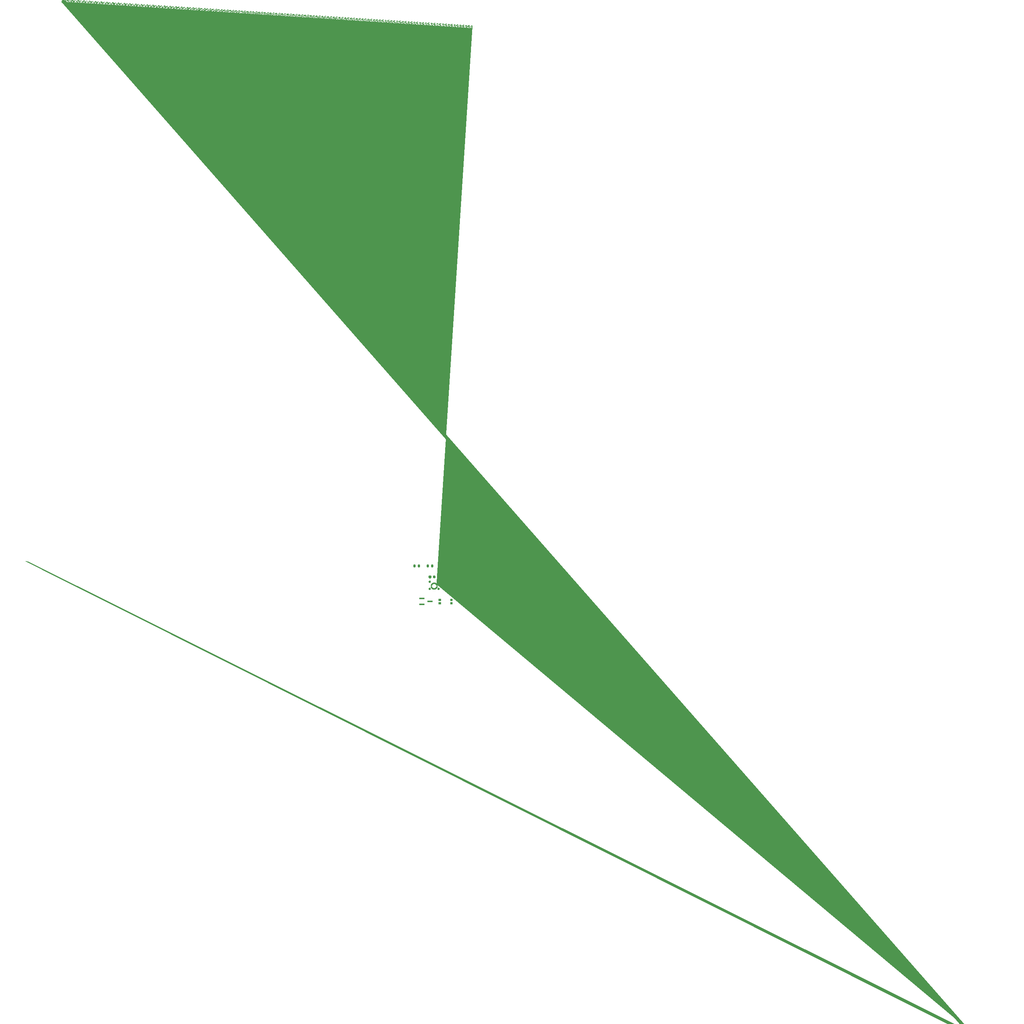
<source format=gbr>
%TF.GenerationSoftware,KiCad,Pcbnew,7.0.1-0*%
%TF.CreationDate,2023-04-09T14:10:59+08:00*%
%TF.ProjectId,firstproject,66697273-7470-4726-9f6a-6563742e6b69,rev?*%
%TF.SameCoordinates,Original*%
%TF.FileFunction,Paste,Top*%
%TF.FilePolarity,Positive*%
%FSLAX46Y46*%
G04 Gerber Fmt 4.6, Leading zero omitted, Abs format (unit mm)*
G04 Created by KiCad (PCBNEW 7.0.1-0) date 2023-04-09 14:10:59*
%MOMM*%
%LPD*%
G01*
G04 APERTURE LIST*
G04 Aperture macros list*
%AMRoundRect*
0 Rectangle with rounded corners*
0 $1 Rounding radius*
0 $2 $3 $4 $5 $6 $7 $8 $9 X,Y pos of 4 corners*
0 Add a 4 corners polygon primitive as box body*
4,1,4,$2,$3,$4,$5,$6,$7,$8,$9,$2,$3,0*
0 Add four circle primitives for the rounded corners*
1,1,$1+$1,$2,$3*
1,1,$1+$1,$4,$5*
1,1,$1+$1,$6,$7*
1,1,$1+$1,$8,$9*
0 Add four rect primitives between the rounded corners*
20,1,$1+$1,$2,$3,$4,$5,0*
20,1,$1+$1,$4,$5,$6,$7,0*
20,1,$1+$1,$6,$7,$8,$9,0*
20,1,$1+$1,$8,$9,$2,$3,0*%
%AMFreePoly0*
4,1,454,-0.508878,1.163999,-0.508758,1.163946,-0.508635,1.163987,-0.467635,1.160987,-0.467454,1.160896,-0.467258,1.160945,-0.427259,1.154945,-0.427202,1.154910,-0.427138,1.154925,-0.387138,1.147925,-0.386976,1.147822,-0.386787,1.147851,-0.346787,1.137851,-0.346721,1.137802,-0.346643,1.137812,-0.307642,1.126812,-0.307496,1.126697,-0.307311,1.126706,-0.268310,1.112706,-0.268229,1.112633,
-0.268121,1.112634,-0.231121,1.097634,-0.230991,1.097506,-0.230813,1.097496,-0.193813,1.079496,-0.193716,1.079387,-0.193572,1.079371,-0.157571,1.059371,-0.157514,1.059299,-0.157428,1.059287,-0.122427,1.038287,-0.122318,1.038141,-0.122141,1.038102,-0.089141,1.015102,-0.089083,1.015011,-0.088981,1.014985,-0.055981,0.989986,-0.055913,0.989870,-0.055787,0.989831,-0.024787,0.963831,
-0.024721,0.963704,-0.024588,0.963655,0.005412,0.935655,0.005488,0.935488,0.005655,0.935412,0.033656,0.905411,0.033705,0.905278,0.033831,0.905213,0.059831,0.874213,0.059871,0.874085,0.059985,0.874019,0.084985,0.841020,0.085012,0.840916,0.085102,0.840859,0.108102,0.807859,0.108141,0.807680,0.108287,0.807572,0.129288,0.772572,0.129301,0.772483,0.129371,0.772428,
0.149371,0.736428,0.149387,0.736283,0.149496,0.736187,0.167496,0.699187,0.167506,0.699008,0.167634,0.698879,0.182634,0.661878,0.182633,0.661769,0.182706,0.661689,0.196706,0.622689,0.196697,0.622502,0.196812,0.622357,0.207812,0.583357,0.207802,0.583278,0.207851,0.583213,0.217851,0.543213,0.217822,0.543023,0.217925,0.542862,0.224925,0.502862,0.224910,0.502798,
0.224945,0.502742,0.230945,0.462742,0.230896,0.462545,0.230987,0.462365,0.233987,0.421364,0.233946,0.421240,0.233999,0.421122,0.234999,0.380122,0.234975,0.380060,0.235000,0.380000,0.234975,0.379939,0.234999,0.379878,0.233999,0.338878,0.233946,0.338759,0.233987,0.338636,0.230987,0.297635,0.230896,0.297454,0.230945,0.297258,0.224945,0.257258,0.224910,0.257201,
0.224925,0.257138,0.217925,0.217138,0.217822,0.216976,0.217851,0.216787,0.207851,0.176787,0.207802,0.176721,0.207812,0.176643,0.196812,0.137643,0.196697,0.137497,0.196706,0.137311,0.182706,0.098311,0.182633,0.098230,0.182634,0.098122,0.167634,0.061121,0.167506,0.060991,0.167496,0.060813,0.149496,0.023813,0.149387,0.023716,0.149371,0.023572,0.129371,-0.012428,
0.129301,-0.012483,0.129288,-0.012572,0.108287,-0.047572,0.108141,-0.047680,0.108102,-0.047859,0.085102,-0.080859,0.085012,-0.080916,0.084985,-0.081020,0.059985,-0.114019,0.059871,-0.114085,0.059831,-0.114213,0.033831,-0.145213,0.033705,-0.145278,0.033656,-0.145411,0.005655,-0.175412,0.005488,-0.175488,0.005412,-0.175655,-0.024588,-0.203655,-0.024721,-0.203704,-0.024787,-0.203831,
-0.055787,-0.229831,-0.055913,-0.229870,-0.055981,-0.229986,-0.088981,-0.254985,-0.089083,-0.255011,-0.089141,-0.255102,-0.122141,-0.278102,-0.122318,-0.278141,-0.122427,-0.278287,-0.157428,-0.299287,-0.157514,-0.299299,-0.157571,-0.299371,-0.193572,-0.319371,-0.193716,-0.319387,-0.193813,-0.319496,-0.230813,-0.337496,-0.230991,-0.337506,-0.231121,-0.337634,-0.268121,-0.352634,-0.268229,-0.352633,
-0.268310,-0.352706,-0.307311,-0.366706,-0.307496,-0.366697,-0.307642,-0.366812,-0.346643,-0.377812,-0.346721,-0.377802,-0.346787,-0.377851,-0.386787,-0.387851,-0.386976,-0.387822,-0.387138,-0.387925,-0.427138,-0.394925,-0.427202,-0.394910,-0.427259,-0.394945,-0.467258,-0.400945,-0.467454,-0.400896,-0.467635,-0.400987,-0.508635,-0.403987,-0.508758,-0.403946,-0.508878,-0.403999,-0.549878,-0.404999,
-0.550000,-0.404951,-0.550122,-0.404999,-0.591122,-0.403999,-0.591240,-0.403946,-0.591364,-0.403987,-0.632365,-0.400987,-0.632545,-0.400896,-0.632742,-0.400945,-0.672742,-0.394945,-0.672798,-0.394910,-0.672862,-0.394925,-0.712862,-0.387925,-0.713023,-0.387822,-0.713213,-0.387851,-0.753213,-0.377851,-0.753278,-0.377802,-0.753357,-0.377812,-0.792357,-0.366812,-0.792502,-0.366697,-0.792689,-0.366706,
-0.831689,-0.352706,-0.831769,-0.352633,-0.831878,-0.352634,-0.868879,-0.337634,-0.869008,-0.337506,-0.869187,-0.337496,-0.906187,-0.319496,-0.906283,-0.319387,-0.906428,-0.319371,-0.942428,-0.299371,-0.942483,-0.299301,-0.942572,-0.299288,-0.977572,-0.278287,-0.977680,-0.278141,-0.977859,-0.278102,-1.010859,-0.255102,-1.010916,-0.255012,-1.011020,-0.254985,-1.044019,-0.229985,-1.044085,-0.229871,
-1.044213,-0.229831,-1.075213,-0.203831,-1.075278,-0.203705,-1.075411,-0.203656,-1.105412,-0.175655,-1.105488,-0.175488,-1.105655,-0.175412,-1.133655,-0.145412,-1.133704,-0.145278,-1.133831,-0.145213,-1.159831,-0.114213,-1.159870,-0.114086,-1.159986,-0.114019,-1.184985,-0.081019,-1.185011,-0.080916,-1.185102,-0.080859,-1.208102,-0.047859,-1.208141,-0.047681,-1.208287,-0.047573,-1.229287,-0.012572,
-1.229299,-0.012485,-1.229371,-0.012429,-1.249371,0.023572,-1.249387,0.023716,-1.249496,0.023813,-1.267496,0.060813,-1.267506,0.060991,-1.267634,0.061121,-1.282634,0.098121,-1.282633,0.098229,-1.282706,0.098310,-1.296706,0.137311,-1.296697,0.137496,-1.296812,0.137642,-1.307812,0.176643,-1.307802,0.176721,-1.307851,0.176787,-1.317851,0.216787,-1.317822,0.216976,-1.317925,0.217138,
-1.324925,0.257138,-1.324910,0.257202,-1.324945,0.257259,-1.330945,0.297258,-1.330896,0.297454,-1.330987,0.297635,-1.333987,0.338635,-1.333946,0.338758,-1.333999,0.338878,-1.334999,0.379878,-1.334952,0.380000,-1.334971,0.380049,-1.024994,0.380049,-1.022021,0.330501,-1.015091,0.281000,-1.002239,0.233549,-0.984427,0.187041,-0.961679,0.142533,-0.933957,0.100949,-0.903268,0.062340,
-0.867664,0.026735,-0.829055,-0.003953,-0.787466,-0.031679,-0.742962,-0.054426,-0.696450,-0.072239,-0.648999,-0.085091,-0.599497,-0.092021,-0.549999,-0.094991,-0.500501,-0.092021,-0.451000,-0.085091,-0.403549,-0.072239,-0.357041,-0.054427,-0.312533,-0.031679,-0.270949,-0.003957,-0.232340,0.026731,-0.196735,0.062335,-0.166046,0.100944,-0.138320,0.142533,-0.115573,0.187037,-0.097760,0.233549,
-0.084908,0.281000,-0.077978,0.330502,-0.075005,0.380049,-0.075992,0.404702,-0.077976,0.429512,-0.080951,0.454302,-0.084901,0.478990,-0.090829,0.502702,-0.097745,0.526413,-0.106681,0.550244,-0.115587,0.573003,-0.126459,0.595734,-0.138319,0.617479,-0.151161,0.638224,-0.166039,0.659052,-0.180916,0.678888,-0.196691,0.697620,-0.232391,0.733319,-0.251120,0.749090,-0.270947,0.763960,
-0.291775,0.778838,-0.312507,0.791671,-0.334265,0.803540,-0.356996,0.814412,-0.379756,0.823318,-0.403586,0.832254,-0.427303,0.839171,-0.451009,0.845098,-0.475697,0.849048,-0.500489,0.852023,-0.525298,0.854007,-0.550000,0.854996,-0.574702,0.854007,-0.599512,0.852023,-0.624302,0.849048,-0.648990,0.845098,-0.672702,0.839170,-0.696413,0.832254,-0.720244,0.823318,-0.743003,0.814412,
-0.765734,0.803540,-0.787479,0.791680,-0.808224,0.778838,-0.829051,0.763961,-0.848888,0.749083,-0.867620,0.733308,-0.903319,0.697608,-0.919090,0.678879,-0.933961,0.659051,-0.948838,0.638224,-0.961671,0.617492,-0.973540,0.595734,-0.984412,0.573003,-0.993318,0.550244,-1.002254,0.526413,-1.009171,0.502696,-1.015098,0.478990,-1.019048,0.454303,-1.022023,0.429509,-1.024007,0.404702,
-1.024994,0.380049,-1.334971,0.380049,-1.334999,0.380122,-1.333999,0.421122,-1.333946,0.421241,-1.333987,0.421365,-1.330987,0.462365,-1.330896,0.462545,-1.330945,0.462742,-1.324945,0.502741,-1.324910,0.502797,-1.324925,0.502862,-1.317925,0.542862,-1.317822,0.543023,-1.317851,0.543213,-1.307851,0.583213,-1.307802,0.583278,-1.307812,0.583357,-1.296812,0.622358,-1.296697,0.622503,
-1.296706,0.622689,-1.282706,0.661690,-1.282633,0.661770,-1.282634,0.661879,-1.267634,0.698879,-1.267506,0.699008,-1.267496,0.699187,-1.249496,0.736187,-1.249387,0.736283,-1.249371,0.736428,-1.229371,0.772429,-1.229299,0.772485,-1.229287,0.772572,-1.208287,0.807573,-1.208141,0.807681,-1.208102,0.807859,-1.185102,0.840859,-1.185011,0.840916,-1.184985,0.841019,-1.159986,0.874019,
-1.159870,0.874086,-1.159831,0.874213,-1.133831,0.905213,-1.133704,0.905278,-1.133655,0.905412,-1.105655,0.935412,-1.105488,0.935488,-1.105412,0.935655,-1.075411,0.963656,-1.075278,0.963705,-1.075213,0.963831,-1.044213,0.989831,-1.044085,0.989871,-1.044019,0.989985,-1.011020,1.014985,-1.010916,1.015012,-1.010859,1.015102,-0.977859,1.038102,-0.977680,1.038141,-0.977572,1.038287,
-0.942572,1.059288,-0.942483,1.059301,-0.942428,1.059371,-0.906428,1.079371,-0.906283,1.079387,-0.906187,1.079496,-0.869187,1.097496,-0.869008,1.097506,-0.868879,1.097634,-0.831878,1.112634,-0.831769,1.112633,-0.831689,1.112706,-0.792689,1.126706,-0.792502,1.126697,-0.792357,1.126812,-0.753357,1.137812,-0.753278,1.137802,-0.753213,1.137851,-0.713213,1.147851,-0.713023,1.147822,
-0.712862,1.147925,-0.672862,1.154925,-0.672798,1.154910,-0.672742,1.154945,-0.632742,1.160945,-0.632545,1.160896,-0.632365,1.160987,-0.591364,1.163987,-0.591240,1.163946,-0.591122,1.163999,-0.550122,1.164999,-0.549999,1.164951,-0.549878,1.164999,-0.508878,1.163999,-0.508878,1.163999,$1*%
G04 Aperture macros list end*
%ADD10C,0.010000*%
%ADD11RoundRect,0.218750X-0.218750X-0.256250X0.218750X-0.256250X0.218750X0.256250X-0.218750X0.256250X0*%
%ADD12RoundRect,0.140000X0.170000X-0.140000X0.170000X0.140000X-0.170000X0.140000X-0.170000X-0.140000X0*%
%ADD13RoundRect,0.135000X0.135000X0.185000X-0.135000X0.185000X-0.135000X-0.185000X0.135000X-0.185000X0*%
%ADD14RoundRect,0.218750X0.218750X0.256250X-0.218750X0.256250X-0.218750X-0.256250X0.218750X-0.256250X0*%
%ADD15RoundRect,0.140000X-0.170000X0.140000X-0.170000X-0.140000X0.170000X-0.140000X0.170000X0.140000X0*%
%ADD16RoundRect,0.135000X-0.135000X-0.185000X0.135000X-0.185000X0.135000X0.185000X-0.135000X0.185000X0*%
%ADD17R,1.168400X0.457200*%
%ADD18FreePoly0,0.000000*%
G04 APERTURE END LIST*
%TO.C,S1*%
D10*
X133431000Y-98612600D02*
X132981000Y-98612600D01*
X132981000Y-98162600D01*
X133431000Y-98162600D01*
X133431000Y-98612600D01*
G36*
X133431000Y-98612600D02*
G01*
X132981000Y-98612600D01*
X132981000Y-98162600D01*
X133431000Y-98162600D01*
X133431000Y-98612600D01*
G37*
X133431000Y-97862600D02*
X132981000Y-97862600D01*
X132981000Y-97412600D01*
X133431000Y-97412600D01*
X133431000Y-97862600D01*
G36*
X133431000Y-97862600D02*
G01*
X132981000Y-97862600D01*
X132981000Y-97412600D01*
X133431000Y-97412600D01*
X133431000Y-97862600D01*
G37*
X130781000Y-98612600D02*
X130331000Y-98612600D01*
X130331000Y-98162600D01*
X130781000Y-98162600D01*
X130781000Y-98612600D01*
G36*
X130781000Y-98612600D02*
G01*
X130331000Y-98612600D01*
X130331000Y-98162600D01*
X130781000Y-98162600D01*
X130781000Y-98612600D01*
G37*
X130781000Y-97862600D02*
X130331000Y-97862600D01*
X130331000Y-97412600D01*
X130781000Y-97412600D01*
X130781000Y-97862600D01*
G36*
X130781000Y-97862600D02*
G01*
X130331000Y-97862600D01*
X130331000Y-97412600D01*
X130781000Y-97412600D01*
X130781000Y-97862600D01*
G37*
%TO.C,MK1*%
X129237000Y-93953000D02*
X129208000Y-93956000D01*
X129184000Y-93959000D01*
X129160000Y-93964000D01*
X129136000Y-93969000D01*
X129113000Y-93976000D01*
X129090000Y-93984000D01*
X129067000Y-93994000D01*
X129045000Y-94004000D01*
X129023000Y-94015000D01*
X129002000Y-94028000D01*
X128981000Y-94041000D01*
X128961000Y-94055000D01*
X128942000Y-94070000D01*
X128924000Y-94087000D01*
X128906000Y-94104000D01*
X128890000Y-94122000D01*
X128874000Y-94140000D01*
X128859000Y-94160000D01*
X128845000Y-94180000D01*
X128832000Y-94200000D01*
X128820000Y-94222000D01*
X128809000Y-94244000D01*
X128799000Y-94266000D01*
X128790000Y-94289000D01*
X128783000Y-94312000D01*
X128776000Y-94336000D01*
X128771000Y-94360000D01*
X128767000Y-94384000D01*
X128764000Y-94408000D01*
X128762000Y-94428000D01*
X128762000Y-94433000D01*
X128507000Y-94433000D01*
X128511000Y-94396000D01*
X128517000Y-94359000D01*
X128525000Y-94322000D01*
X128534000Y-94286000D01*
X128545000Y-94250000D01*
X128557000Y-94215000D01*
X128571000Y-94181000D01*
X128587000Y-94147000D01*
X128605000Y-94114000D01*
X128624000Y-94081000D01*
X128644000Y-94050000D01*
X128666000Y-94020000D01*
X128689000Y-93990000D01*
X128713000Y-93962000D01*
X128739000Y-93935000D01*
X128766000Y-93909000D01*
X128794000Y-93885000D01*
X128824000Y-93862000D01*
X128854000Y-93840000D01*
X128885000Y-93820000D01*
X128918000Y-93801000D01*
X128951000Y-93783000D01*
X128985000Y-93767000D01*
X129019000Y-93753000D01*
X129054000Y-93741000D01*
X129090000Y-93730000D01*
X129126000Y-93721000D01*
X129163000Y-93713000D01*
X129200000Y-93707000D01*
X129237000Y-93703000D01*
X129237000Y-93953000D01*
G36*
X129237000Y-93953000D02*
G01*
X129208000Y-93956000D01*
X129184000Y-93959000D01*
X129160000Y-93964000D01*
X129136000Y-93969000D01*
X129113000Y-93976000D01*
X129090000Y-93984000D01*
X129067000Y-93994000D01*
X129045000Y-94004000D01*
X129023000Y-94015000D01*
X129002000Y-94028000D01*
X128981000Y-94041000D01*
X128961000Y-94055000D01*
X128942000Y-94070000D01*
X128924000Y-94087000D01*
X128906000Y-94104000D01*
X128890000Y-94122000D01*
X128874000Y-94140000D01*
X128859000Y-94160000D01*
X128845000Y-94180000D01*
X128832000Y-94200000D01*
X128820000Y-94222000D01*
X128809000Y-94244000D01*
X128799000Y-94266000D01*
X128790000Y-94289000D01*
X128783000Y-94312000D01*
X128776000Y-94336000D01*
X128771000Y-94360000D01*
X128767000Y-94384000D01*
X128764000Y-94408000D01*
X128762000Y-94428000D01*
X128762000Y-94433000D01*
X128507000Y-94433000D01*
X128511000Y-94396000D01*
X128517000Y-94359000D01*
X128525000Y-94322000D01*
X128534000Y-94286000D01*
X128545000Y-94250000D01*
X128557000Y-94215000D01*
X128571000Y-94181000D01*
X128587000Y-94147000D01*
X128605000Y-94114000D01*
X128624000Y-94081000D01*
X128644000Y-94050000D01*
X128666000Y-94020000D01*
X128689000Y-93990000D01*
X128713000Y-93962000D01*
X128739000Y-93935000D01*
X128766000Y-93909000D01*
X128794000Y-93885000D01*
X128824000Y-93862000D01*
X128854000Y-93840000D01*
X128885000Y-93820000D01*
X128918000Y-93801000D01*
X128951000Y-93783000D01*
X128985000Y-93767000D01*
X129019000Y-93753000D01*
X129054000Y-93741000D01*
X129090000Y-93730000D01*
X129126000Y-93721000D01*
X129163000Y-93713000D01*
X129200000Y-93707000D01*
X129237000Y-93703000D01*
X129237000Y-93953000D01*
G37*
X128759000Y-94553000D02*
X128762000Y-94578000D01*
X128766000Y-94602000D01*
X128772000Y-94626000D01*
X128778000Y-94650000D01*
X128786000Y-94674000D01*
X128795000Y-94697000D01*
X128805000Y-94719000D01*
X128816000Y-94742000D01*
X128828000Y-94763000D01*
X128842000Y-94784000D01*
X128856000Y-94804000D01*
X128871000Y-94824000D01*
X128887000Y-94843000D01*
X128905000Y-94860000D01*
X128922000Y-94878000D01*
X128941000Y-94894000D01*
X128961000Y-94909000D01*
X128981000Y-94923000D01*
X129002000Y-94937000D01*
X129023000Y-94949000D01*
X129046000Y-94960000D01*
X129068000Y-94970000D01*
X129091000Y-94979000D01*
X129115000Y-94987000D01*
X129139000Y-94993000D01*
X129163000Y-94999000D01*
X129187000Y-95003000D01*
X129212000Y-95006000D01*
X129232000Y-95008000D01*
X129237000Y-95008000D01*
X129237000Y-95263000D01*
X129200000Y-95259000D01*
X129163000Y-95253000D01*
X129126000Y-95245000D01*
X129090000Y-95236000D01*
X129054000Y-95225000D01*
X129019000Y-95213000D01*
X128985000Y-95199000D01*
X128951000Y-95183000D01*
X128918000Y-95165000D01*
X128885000Y-95146000D01*
X128854000Y-95126000D01*
X128824000Y-95104000D01*
X128794000Y-95081000D01*
X128766000Y-95057000D01*
X128739000Y-95031000D01*
X128713000Y-95004000D01*
X128689000Y-94976000D01*
X128666000Y-94946000D01*
X128644000Y-94916000D01*
X128624000Y-94885000D01*
X128605000Y-94852000D01*
X128587000Y-94819000D01*
X128571000Y-94785000D01*
X128557000Y-94751000D01*
X128545000Y-94716000D01*
X128534000Y-94680000D01*
X128525000Y-94644000D01*
X128517000Y-94607000D01*
X128511000Y-94570000D01*
X128507000Y-94533000D01*
X128757000Y-94533000D01*
X128759000Y-94553000D01*
G36*
X128759000Y-94553000D02*
G01*
X128762000Y-94578000D01*
X128766000Y-94602000D01*
X128772000Y-94626000D01*
X128778000Y-94650000D01*
X128786000Y-94674000D01*
X128795000Y-94697000D01*
X128805000Y-94719000D01*
X128816000Y-94742000D01*
X128828000Y-94763000D01*
X128842000Y-94784000D01*
X128856000Y-94804000D01*
X128871000Y-94824000D01*
X128887000Y-94843000D01*
X128905000Y-94860000D01*
X128922000Y-94878000D01*
X128941000Y-94894000D01*
X128961000Y-94909000D01*
X128981000Y-94923000D01*
X129002000Y-94937000D01*
X129023000Y-94949000D01*
X129046000Y-94960000D01*
X129068000Y-94970000D01*
X129091000Y-94979000D01*
X129115000Y-94987000D01*
X129139000Y-94993000D01*
X129163000Y-94999000D01*
X129187000Y-95003000D01*
X129212000Y-95006000D01*
X129232000Y-95008000D01*
X129237000Y-95008000D01*
X129237000Y-95263000D01*
X129200000Y-95259000D01*
X129163000Y-95253000D01*
X129126000Y-95245000D01*
X129090000Y-95236000D01*
X129054000Y-95225000D01*
X129019000Y-95213000D01*
X128985000Y-95199000D01*
X128951000Y-95183000D01*
X128918000Y-95165000D01*
X128885000Y-95146000D01*
X128854000Y-95126000D01*
X128824000Y-95104000D01*
X128794000Y-95081000D01*
X128766000Y-95057000D01*
X128739000Y-95031000D01*
X128713000Y-95004000D01*
X128689000Y-94976000D01*
X128666000Y-94946000D01*
X128644000Y-94916000D01*
X128624000Y-94885000D01*
X128605000Y-94852000D01*
X128587000Y-94819000D01*
X128571000Y-94785000D01*
X128557000Y-94751000D01*
X128545000Y-94716000D01*
X128534000Y-94680000D01*
X128525000Y-94644000D01*
X128517000Y-94607000D01*
X128511000Y-94570000D01*
X128507000Y-94533000D01*
X128757000Y-94533000D01*
X128759000Y-94553000D01*
G37*
X129374000Y-93707000D02*
X129411000Y-93713000D01*
X129448000Y-93721000D01*
X129484000Y-93730000D01*
X129520000Y-93741000D01*
X129555000Y-93753000D01*
X129589000Y-93767000D01*
X129623000Y-93783000D01*
X129656000Y-93801000D01*
X129689000Y-93820000D01*
X129720000Y-93840000D01*
X129750000Y-93862000D01*
X129780000Y-93885000D01*
X129808000Y-93909000D01*
X129835000Y-93935000D01*
X129861000Y-93962000D01*
X129885000Y-93990000D01*
X129908000Y-94020000D01*
X129930000Y-94050000D01*
X129950000Y-94081000D01*
X129969000Y-94114000D01*
X129987000Y-94147000D01*
X130003000Y-94181000D01*
X130017000Y-94215000D01*
X130029000Y-94250000D01*
X130040000Y-94286000D01*
X130049000Y-94322000D01*
X130057000Y-94359000D01*
X130063000Y-94396000D01*
X130067000Y-94433000D01*
X129817000Y-94433000D01*
X129815000Y-94413000D01*
X129812000Y-94388000D01*
X129808000Y-94364000D01*
X129802000Y-94340000D01*
X129796000Y-94316000D01*
X129788000Y-94292000D01*
X129779000Y-94269000D01*
X129769000Y-94247000D01*
X129758000Y-94224000D01*
X129746000Y-94203000D01*
X129732000Y-94182000D01*
X129718000Y-94162000D01*
X129703000Y-94142000D01*
X129687000Y-94123000D01*
X129669000Y-94106000D01*
X129652000Y-94088000D01*
X129633000Y-94072000D01*
X129613000Y-94057000D01*
X129593000Y-94043000D01*
X129572000Y-94029000D01*
X129551000Y-94017000D01*
X129528000Y-94006000D01*
X129506000Y-93996000D01*
X129483000Y-93987000D01*
X129459000Y-93979000D01*
X129435000Y-93973000D01*
X129411000Y-93967000D01*
X129387000Y-93963000D01*
X129362000Y-93960000D01*
X129342000Y-93958000D01*
X129337000Y-93958000D01*
X129337000Y-93703000D01*
X129374000Y-93707000D01*
G36*
X129374000Y-93707000D02*
G01*
X129411000Y-93713000D01*
X129448000Y-93721000D01*
X129484000Y-93730000D01*
X129520000Y-93741000D01*
X129555000Y-93753000D01*
X129589000Y-93767000D01*
X129623000Y-93783000D01*
X129656000Y-93801000D01*
X129689000Y-93820000D01*
X129720000Y-93840000D01*
X129750000Y-93862000D01*
X129780000Y-93885000D01*
X129808000Y-93909000D01*
X129835000Y-93935000D01*
X129861000Y-93962000D01*
X129885000Y-93990000D01*
X129908000Y-94020000D01*
X129930000Y-94050000D01*
X129950000Y-94081000D01*
X129969000Y-94114000D01*
X129987000Y-94147000D01*
X130003000Y-94181000D01*
X130017000Y-94215000D01*
X130029000Y-94250000D01*
X130040000Y-94286000D01*
X130049000Y-94322000D01*
X130057000Y-94359000D01*
X130063000Y-94396000D01*
X130067000Y-94433000D01*
X129817000Y-94433000D01*
X129815000Y-94413000D01*
X129812000Y-94388000D01*
X129808000Y-94364000D01*
X129802000Y-94340000D01*
X129796000Y-94316000D01*
X129788000Y-94292000D01*
X129779000Y-94269000D01*
X129769000Y-94247000D01*
X129758000Y-94224000D01*
X129746000Y-94203000D01*
X129732000Y-94182000D01*
X129718000Y-94162000D01*
X129703000Y-94142000D01*
X129687000Y-94123000D01*
X129669000Y-94106000D01*
X129652000Y-94088000D01*
X129633000Y-94072000D01*
X129613000Y-94057000D01*
X129593000Y-94043000D01*
X129572000Y-94029000D01*
X129551000Y-94017000D01*
X129528000Y-94006000D01*
X129506000Y-93996000D01*
X129483000Y-93987000D01*
X129459000Y-93979000D01*
X129435000Y-93973000D01*
X129411000Y-93967000D01*
X129387000Y-93963000D01*
X129362000Y-93960000D01*
X129342000Y-93958000D01*
X129337000Y-93958000D01*
X129337000Y-93703000D01*
X129374000Y-93707000D01*
G37*
X130063000Y-94570000D02*
X130057000Y-94607000D01*
X130049000Y-94644000D01*
X130040000Y-94680000D01*
X130029000Y-94716000D01*
X130017000Y-94751000D01*
X130003000Y-94785000D01*
X129987000Y-94819000D01*
X129969000Y-94852000D01*
X129950000Y-94885000D01*
X129930000Y-94916000D01*
X129908000Y-94946000D01*
X129885000Y-94976000D01*
X129861000Y-95004000D01*
X129835000Y-95031000D01*
X129808000Y-95057000D01*
X129780000Y-95081000D01*
X129750000Y-95104000D01*
X129720000Y-95126000D01*
X129689000Y-95146000D01*
X129656000Y-95165000D01*
X129623000Y-95183000D01*
X129589000Y-95199000D01*
X129555000Y-95213000D01*
X129520000Y-95225000D01*
X129484000Y-95236000D01*
X129448000Y-95245000D01*
X129411000Y-95253000D01*
X129374000Y-95259000D01*
X129337000Y-95263000D01*
X129337000Y-95013000D01*
X129357000Y-95011000D01*
X129381000Y-95008000D01*
X129405000Y-95004000D01*
X129429000Y-94999000D01*
X129453000Y-94992000D01*
X129476000Y-94985000D01*
X129499000Y-94976000D01*
X129521000Y-94966000D01*
X129543000Y-94955000D01*
X129565000Y-94943000D01*
X129585000Y-94930000D01*
X129605000Y-94916000D01*
X129625000Y-94901000D01*
X129643000Y-94885000D01*
X129661000Y-94869000D01*
X129678000Y-94851000D01*
X129695000Y-94833000D01*
X129710000Y-94814000D01*
X129724000Y-94794000D01*
X129737000Y-94773000D01*
X129750000Y-94752000D01*
X129761000Y-94730000D01*
X129771000Y-94708000D01*
X129781000Y-94685000D01*
X129789000Y-94662000D01*
X129796000Y-94639000D01*
X129801000Y-94615000D01*
X129806000Y-94591000D01*
X129809000Y-94567000D01*
X129812000Y-94538000D01*
X129812000Y-94533000D01*
X130067000Y-94533000D01*
X130063000Y-94570000D01*
G36*
X130063000Y-94570000D02*
G01*
X130057000Y-94607000D01*
X130049000Y-94644000D01*
X130040000Y-94680000D01*
X130029000Y-94716000D01*
X130017000Y-94751000D01*
X130003000Y-94785000D01*
X129987000Y-94819000D01*
X129969000Y-94852000D01*
X129950000Y-94885000D01*
X129930000Y-94916000D01*
X129908000Y-94946000D01*
X129885000Y-94976000D01*
X129861000Y-95004000D01*
X129835000Y-95031000D01*
X129808000Y-95057000D01*
X129780000Y-95081000D01*
X129750000Y-95104000D01*
X129720000Y-95126000D01*
X129689000Y-95146000D01*
X129656000Y-95165000D01*
X129623000Y-95183000D01*
X129589000Y-95199000D01*
X129555000Y-95213000D01*
X129520000Y-95225000D01*
X129484000Y-95236000D01*
X129448000Y-95245000D01*
X129411000Y-95253000D01*
X129374000Y-95259000D01*
X129337000Y-95263000D01*
X129337000Y-95013000D01*
X129357000Y-95011000D01*
X129381000Y-95008000D01*
X129405000Y-95004000D01*
X129429000Y-94999000D01*
X129453000Y-94992000D01*
X129476000Y-94985000D01*
X129499000Y-94976000D01*
X129521000Y-94966000D01*
X129543000Y-94955000D01*
X129565000Y-94943000D01*
X129585000Y-94930000D01*
X129605000Y-94916000D01*
X129625000Y-94901000D01*
X129643000Y-94885000D01*
X129661000Y-94869000D01*
X129678000Y-94851000D01*
X129695000Y-94833000D01*
X129710000Y-94814000D01*
X129724000Y-94794000D01*
X129737000Y-94773000D01*
X129750000Y-94752000D01*
X129761000Y-94730000D01*
X129771000Y-94708000D01*
X129781000Y-94685000D01*
X129789000Y-94662000D01*
X129796000Y-94639000D01*
X129801000Y-94615000D01*
X129806000Y-94591000D01*
X129809000Y-94567000D01*
X129812000Y-94538000D01*
X129812000Y-94533000D01*
X130067000Y-94533000D01*
X130063000Y-94570000D01*
G37*
X128293000Y-94919000D02*
X128304000Y-94921000D01*
X128315000Y-94922000D01*
X128325000Y-94925000D01*
X128335000Y-94928000D01*
X128345000Y-94932000D01*
X128355000Y-94936000D01*
X128365000Y-94940000D01*
X128374000Y-94945000D01*
X128384000Y-94951000D01*
X128392000Y-94957000D01*
X128401000Y-94964000D01*
X128409000Y-94971000D01*
X128417000Y-94978000D01*
X128424000Y-94986000D01*
X128431000Y-94994000D01*
X128438000Y-95003000D01*
X128444000Y-95011000D01*
X128450000Y-95021000D01*
X128455000Y-95030000D01*
X128459000Y-95040000D01*
X128463000Y-95050000D01*
X128467000Y-95060000D01*
X128470000Y-95070000D01*
X128473000Y-95080000D01*
X128474000Y-95091000D01*
X128476000Y-95102000D01*
X128477000Y-95112000D01*
X128477000Y-95123000D01*
X128477000Y-95134000D01*
X128476000Y-95144000D01*
X128474000Y-95155000D01*
X128473000Y-95166000D01*
X128470000Y-95176000D01*
X128467000Y-95186000D01*
X128463000Y-95196000D01*
X128459000Y-95206000D01*
X128455000Y-95216000D01*
X128450000Y-95226000D01*
X128444000Y-95235000D01*
X128438000Y-95243000D01*
X128431000Y-95252000D01*
X128424000Y-95260000D01*
X128417000Y-95268000D01*
X128409000Y-95275000D01*
X128401000Y-95282000D01*
X128392000Y-95289000D01*
X128384000Y-95295000D01*
X128375000Y-95301000D01*
X128365000Y-95306000D01*
X128355000Y-95310000D01*
X128345000Y-95314000D01*
X128335000Y-95318000D01*
X128325000Y-95321000D01*
X128315000Y-95324000D01*
X128304000Y-95325000D01*
X128293000Y-95327000D01*
X128283000Y-95328000D01*
X128272000Y-95328000D01*
X128261000Y-95328000D01*
X128251000Y-95327000D01*
X128240000Y-95325000D01*
X128229000Y-95324000D01*
X128219000Y-95321000D01*
X128209000Y-95318000D01*
X128199000Y-95314000D01*
X128189000Y-95310000D01*
X128179000Y-95306000D01*
X128170000Y-95301000D01*
X128160000Y-95295000D01*
X128152000Y-95289000D01*
X128143000Y-95282000D01*
X128135000Y-95275000D01*
X128127000Y-95268000D01*
X128120000Y-95260000D01*
X128113000Y-95252000D01*
X128106000Y-95243000D01*
X128100000Y-95235000D01*
X128094000Y-95226000D01*
X128089000Y-95216000D01*
X128085000Y-95206000D01*
X128081000Y-95196000D01*
X128077000Y-95186000D01*
X128074000Y-95176000D01*
X128071000Y-95166000D01*
X128070000Y-95155000D01*
X128068000Y-95144000D01*
X128067000Y-95134000D01*
X128067000Y-95123000D01*
X128067000Y-95112000D01*
X128068000Y-95102000D01*
X128070000Y-95091000D01*
X128071000Y-95080000D01*
X128074000Y-95070000D01*
X128077000Y-95060000D01*
X128081000Y-95050000D01*
X128085000Y-95040000D01*
X128089000Y-95030000D01*
X128094000Y-95021000D01*
X128100000Y-95011000D01*
X128106000Y-95003000D01*
X128113000Y-94994000D01*
X128120000Y-94986000D01*
X128127000Y-94978000D01*
X128135000Y-94971000D01*
X128143000Y-94964000D01*
X128152000Y-94957000D01*
X128160000Y-94951000D01*
X128170000Y-94945000D01*
X128179000Y-94940000D01*
X128189000Y-94936000D01*
X128199000Y-94932000D01*
X128209000Y-94928000D01*
X128219000Y-94925000D01*
X128229000Y-94922000D01*
X128240000Y-94921000D01*
X128251000Y-94919000D01*
X128261000Y-94918000D01*
X128272000Y-94918000D01*
X128283000Y-94918000D01*
X128293000Y-94919000D01*
G36*
X128293000Y-94919000D02*
G01*
X128304000Y-94921000D01*
X128315000Y-94922000D01*
X128325000Y-94925000D01*
X128335000Y-94928000D01*
X128345000Y-94932000D01*
X128355000Y-94936000D01*
X128365000Y-94940000D01*
X128374000Y-94945000D01*
X128384000Y-94951000D01*
X128392000Y-94957000D01*
X128401000Y-94964000D01*
X128409000Y-94971000D01*
X128417000Y-94978000D01*
X128424000Y-94986000D01*
X128431000Y-94994000D01*
X128438000Y-95003000D01*
X128444000Y-95011000D01*
X128450000Y-95021000D01*
X128455000Y-95030000D01*
X128459000Y-95040000D01*
X128463000Y-95050000D01*
X128467000Y-95060000D01*
X128470000Y-95070000D01*
X128473000Y-95080000D01*
X128474000Y-95091000D01*
X128476000Y-95102000D01*
X128477000Y-95112000D01*
X128477000Y-95123000D01*
X128477000Y-95134000D01*
X128476000Y-95144000D01*
X128474000Y-95155000D01*
X128473000Y-95166000D01*
X128470000Y-95176000D01*
X128467000Y-95186000D01*
X128463000Y-95196000D01*
X128459000Y-95206000D01*
X128455000Y-95216000D01*
X128450000Y-95226000D01*
X128444000Y-95235000D01*
X128438000Y-95243000D01*
X128431000Y-95252000D01*
X128424000Y-95260000D01*
X128417000Y-95268000D01*
X128409000Y-95275000D01*
X128401000Y-95282000D01*
X128392000Y-95289000D01*
X128384000Y-95295000D01*
X128375000Y-95301000D01*
X128365000Y-95306000D01*
X128355000Y-95310000D01*
X128345000Y-95314000D01*
X128335000Y-95318000D01*
X128325000Y-95321000D01*
X128315000Y-95324000D01*
X128304000Y-95325000D01*
X128293000Y-95327000D01*
X128283000Y-95328000D01*
X128272000Y-95328000D01*
X128261000Y-95328000D01*
X128251000Y-95327000D01*
X128240000Y-95325000D01*
X128229000Y-95324000D01*
X128219000Y-95321000D01*
X128209000Y-95318000D01*
X128199000Y-95314000D01*
X128189000Y-95310000D01*
X128179000Y-95306000D01*
X128170000Y-95301000D01*
X128160000Y-95295000D01*
X128152000Y-95289000D01*
X128143000Y-95282000D01*
X128135000Y-95275000D01*
X128127000Y-95268000D01*
X128120000Y-95260000D01*
X128113000Y-95252000D01*
X128106000Y-95243000D01*
X128100000Y-95235000D01*
X128094000Y-95226000D01*
X128089000Y-95216000D01*
X128085000Y-95206000D01*
X128081000Y-95196000D01*
X128077000Y-95186000D01*
X128074000Y-95176000D01*
X128071000Y-95166000D01*
X128070000Y-95155000D01*
X128068000Y-95144000D01*
X128067000Y-95134000D01*
X128067000Y-95123000D01*
X128067000Y-95112000D01*
X128068000Y-95102000D01*
X128070000Y-95091000D01*
X128071000Y-95080000D01*
X128074000Y-95070000D01*
X128077000Y-95060000D01*
X128081000Y-95050000D01*
X128085000Y-95040000D01*
X128089000Y-95030000D01*
X128094000Y-95021000D01*
X128100000Y-95011000D01*
X128106000Y-95003000D01*
X128113000Y-94994000D01*
X128120000Y-94986000D01*
X128127000Y-94978000D01*
X128135000Y-94971000D01*
X128143000Y-94964000D01*
X128152000Y-94957000D01*
X128160000Y-94951000D01*
X128170000Y-94945000D01*
X128179000Y-94940000D01*
X128189000Y-94936000D01*
X128199000Y-94932000D01*
X128209000Y-94928000D01*
X128219000Y-94925000D01*
X128229000Y-94922000D01*
X128240000Y-94921000D01*
X128251000Y-94919000D01*
X128261000Y-94918000D01*
X128272000Y-94918000D01*
X128283000Y-94918000D01*
X128293000Y-94919000D01*
G37*
X128293000Y-93279000D02*
X128304000Y-93281000D01*
X128315000Y-93282000D01*
X128325000Y-93285000D01*
X128335000Y-93288000D01*
X128345000Y-93292000D01*
X128355000Y-93296000D01*
X128365000Y-93300000D01*
X128375000Y-93305000D01*
X128384000Y-93311000D01*
X128392000Y-93317000D01*
X128401000Y-93324000D01*
X128409000Y-93331000D01*
X128417000Y-93338000D01*
X128424000Y-93346000D01*
X128431000Y-93354000D01*
X128438000Y-93363000D01*
X128444000Y-93371000D01*
X128450000Y-93381000D01*
X128455000Y-93390000D01*
X128459000Y-93400000D01*
X128463000Y-93410000D01*
X128467000Y-93420000D01*
X128470000Y-93430000D01*
X128473000Y-93440000D01*
X128474000Y-93451000D01*
X128476000Y-93462000D01*
X128477000Y-93472000D01*
X128477000Y-93483000D01*
X128477000Y-93494000D01*
X128476000Y-93504000D01*
X128474000Y-93515000D01*
X128473000Y-93526000D01*
X128470000Y-93536000D01*
X128467000Y-93546000D01*
X128463000Y-93556000D01*
X128459000Y-93566000D01*
X128455000Y-93576000D01*
X128450000Y-93586000D01*
X128444000Y-93595000D01*
X128438000Y-93603000D01*
X128431000Y-93612000D01*
X128424000Y-93620000D01*
X128417000Y-93628000D01*
X128409000Y-93635000D01*
X128401000Y-93642000D01*
X128392000Y-93649000D01*
X128384000Y-93655000D01*
X128374000Y-93661000D01*
X128365000Y-93666000D01*
X128355000Y-93670000D01*
X128345000Y-93674000D01*
X128335000Y-93678000D01*
X128325000Y-93681000D01*
X128315000Y-93684000D01*
X128304000Y-93685000D01*
X128293000Y-93687000D01*
X128283000Y-93688000D01*
X128272000Y-93688000D01*
X128261000Y-93688000D01*
X128251000Y-93687000D01*
X128240000Y-93685000D01*
X128229000Y-93684000D01*
X128219000Y-93681000D01*
X128209000Y-93678000D01*
X128199000Y-93674000D01*
X128189000Y-93670000D01*
X128179000Y-93666000D01*
X128170000Y-93661000D01*
X128160000Y-93655000D01*
X128152000Y-93649000D01*
X128143000Y-93642000D01*
X128135000Y-93635000D01*
X128127000Y-93628000D01*
X128120000Y-93620000D01*
X128113000Y-93612000D01*
X128106000Y-93603000D01*
X128100000Y-93595000D01*
X128094000Y-93585000D01*
X128089000Y-93576000D01*
X128085000Y-93566000D01*
X128081000Y-93556000D01*
X128077000Y-93546000D01*
X128074000Y-93536000D01*
X128071000Y-93526000D01*
X128070000Y-93515000D01*
X128068000Y-93504000D01*
X128067000Y-93494000D01*
X128067000Y-93483000D01*
X128067000Y-93478000D01*
X128067000Y-93468000D01*
X128068000Y-93457000D01*
X128069000Y-93447000D01*
X128071000Y-93436000D01*
X128074000Y-93426000D01*
X128077000Y-93416000D01*
X128080000Y-93406000D01*
X128084000Y-93397000D01*
X128089000Y-93387000D01*
X128094000Y-93378000D01*
X128099000Y-93369000D01*
X128105000Y-93360000D01*
X128112000Y-93352000D01*
X128118000Y-93344000D01*
X128126000Y-93337000D01*
X128133000Y-93329000D01*
X128141000Y-93323000D01*
X128149000Y-93316000D01*
X128158000Y-93310000D01*
X128167000Y-93305000D01*
X128176000Y-93300000D01*
X128186000Y-93295000D01*
X128195000Y-93291000D01*
X128205000Y-93288000D01*
X128215000Y-93285000D01*
X128225000Y-93282000D01*
X128236000Y-93280000D01*
X128246000Y-93279000D01*
X128257000Y-93278000D01*
X128267000Y-93278000D01*
X128272000Y-93278000D01*
X128283000Y-93278000D01*
X128293000Y-93279000D01*
G36*
X128293000Y-93279000D02*
G01*
X128304000Y-93281000D01*
X128315000Y-93282000D01*
X128325000Y-93285000D01*
X128335000Y-93288000D01*
X128345000Y-93292000D01*
X128355000Y-93296000D01*
X128365000Y-93300000D01*
X128375000Y-93305000D01*
X128384000Y-93311000D01*
X128392000Y-93317000D01*
X128401000Y-93324000D01*
X128409000Y-93331000D01*
X128417000Y-93338000D01*
X128424000Y-93346000D01*
X128431000Y-93354000D01*
X128438000Y-93363000D01*
X128444000Y-93371000D01*
X128450000Y-93381000D01*
X128455000Y-93390000D01*
X128459000Y-93400000D01*
X128463000Y-93410000D01*
X128467000Y-93420000D01*
X128470000Y-93430000D01*
X128473000Y-93440000D01*
X128474000Y-93451000D01*
X128476000Y-93462000D01*
X128477000Y-93472000D01*
X128477000Y-93483000D01*
X128477000Y-93494000D01*
X128476000Y-93504000D01*
X128474000Y-93515000D01*
X128473000Y-93526000D01*
X128470000Y-93536000D01*
X128467000Y-93546000D01*
X128463000Y-93556000D01*
X128459000Y-93566000D01*
X128455000Y-93576000D01*
X128450000Y-93586000D01*
X128444000Y-93595000D01*
X128438000Y-93603000D01*
X128431000Y-93612000D01*
X128424000Y-93620000D01*
X128417000Y-93628000D01*
X128409000Y-93635000D01*
X128401000Y-93642000D01*
X128392000Y-93649000D01*
X128384000Y-93655000D01*
X128374000Y-93661000D01*
X128365000Y-93666000D01*
X128355000Y-93670000D01*
X128345000Y-93674000D01*
X128335000Y-93678000D01*
X128325000Y-93681000D01*
X128315000Y-93684000D01*
X128304000Y-93685000D01*
X128293000Y-93687000D01*
X128283000Y-93688000D01*
X128272000Y-93688000D01*
X128261000Y-93688000D01*
X128251000Y-93687000D01*
X128240000Y-93685000D01*
X128229000Y-93684000D01*
X128219000Y-93681000D01*
X128209000Y-93678000D01*
X128199000Y-93674000D01*
X128189000Y-93670000D01*
X128179000Y-93666000D01*
X128170000Y-93661000D01*
X128160000Y-93655000D01*
X128152000Y-93649000D01*
X128143000Y-93642000D01*
X128135000Y-93635000D01*
X128127000Y-93628000D01*
X128120000Y-93620000D01*
X128113000Y-93612000D01*
X128106000Y-93603000D01*
X128100000Y-93595000D01*
X128094000Y-93585000D01*
X128089000Y-93576000D01*
X128085000Y-93566000D01*
X128081000Y-93556000D01*
X128077000Y-93546000D01*
X128074000Y-93536000D01*
X128071000Y-93526000D01*
X128070000Y-93515000D01*
X128068000Y-93504000D01*
X128067000Y-93494000D01*
X128067000Y-93483000D01*
X128067000Y-93478000D01*
X128067000Y-93468000D01*
X128068000Y-93457000D01*
X128069000Y-93447000D01*
X128071000Y-93436000D01*
X128074000Y-93426000D01*
X128077000Y-93416000D01*
X128080000Y-93406000D01*
X128084000Y-93397000D01*
X128089000Y-93387000D01*
X128094000Y-93378000D01*
X128099000Y-93369000D01*
X128105000Y-93360000D01*
X128112000Y-93352000D01*
X128118000Y-93344000D01*
X128126000Y-93337000D01*
X128133000Y-93329000D01*
X128141000Y-93323000D01*
X128149000Y-93316000D01*
X128158000Y-93310000D01*
X128167000Y-93305000D01*
X128176000Y-93300000D01*
X128186000Y-93295000D01*
X128195000Y-93291000D01*
X128205000Y-93288000D01*
X128215000Y-93285000D01*
X128225000Y-93282000D01*
X128236000Y-93280000D01*
X128246000Y-93279000D01*
X128257000Y-93278000D01*
X128267000Y-93278000D01*
X128272000Y-93278000D01*
X128283000Y-93278000D01*
X128293000Y-93279000D01*
G37*
X129316000Y-92110000D02*
X129330000Y-92111000D01*
X129344000Y-92114000D01*
X129358000Y-92117000D01*
X129372000Y-92121000D01*
X129386000Y-92126000D01*
X129399000Y-92132000D01*
X129412000Y-92138000D01*
X129425000Y-92145000D01*
X129437000Y-92152000D01*
X129449000Y-92161000D01*
X129460000Y-92169000D01*
X129471000Y-92179000D01*
X129481000Y-92189000D01*
X129491000Y-92199000D01*
X129501000Y-92210000D01*
X129509000Y-92221000D01*
X129518000Y-92233000D01*
X129525000Y-92245000D01*
X129532000Y-92258000D01*
X129538000Y-92271000D01*
X129544000Y-92284000D01*
X129549000Y-92298000D01*
X129553000Y-92312000D01*
X129556000Y-92326000D01*
X129559000Y-92340000D01*
X129560000Y-92354000D01*
X129562000Y-92369000D01*
X129562000Y-92383000D01*
X129562000Y-92397000D01*
X129560000Y-92412000D01*
X129559000Y-92426000D01*
X129556000Y-92440000D01*
X129553000Y-92454000D01*
X129549000Y-92468000D01*
X129544000Y-92482000D01*
X129538000Y-92495000D01*
X129532000Y-92508000D01*
X129525000Y-92521000D01*
X129518000Y-92533000D01*
X129509000Y-92545000D01*
X129501000Y-92556000D01*
X129491000Y-92567000D01*
X129481000Y-92577000D01*
X129471000Y-92587000D01*
X129460000Y-92597000D01*
X129449000Y-92605000D01*
X129437000Y-92614000D01*
X129425000Y-92621000D01*
X129412000Y-92628000D01*
X129399000Y-92634000D01*
X129386000Y-92640000D01*
X129372000Y-92645000D01*
X129358000Y-92649000D01*
X129344000Y-92652000D01*
X129330000Y-92655000D01*
X129316000Y-92656000D01*
X129301000Y-92658000D01*
X129287000Y-92658000D01*
X129273000Y-92658000D01*
X129258000Y-92656000D01*
X129244000Y-92655000D01*
X129230000Y-92652000D01*
X129216000Y-92649000D01*
X129202000Y-92645000D01*
X129188000Y-92640000D01*
X129175000Y-92634000D01*
X129162000Y-92628000D01*
X129149000Y-92621000D01*
X129137000Y-92614000D01*
X129125000Y-92605000D01*
X129114000Y-92597000D01*
X129103000Y-92587000D01*
X129093000Y-92577000D01*
X129083000Y-92567000D01*
X129073000Y-92556000D01*
X129065000Y-92545000D01*
X129056000Y-92533000D01*
X129049000Y-92521000D01*
X129042000Y-92508000D01*
X129036000Y-92495000D01*
X129030000Y-92482000D01*
X129025000Y-92468000D01*
X129021000Y-92454000D01*
X129018000Y-92440000D01*
X129015000Y-92426000D01*
X129014000Y-92412000D01*
X129012000Y-92397000D01*
X129012000Y-92383000D01*
X129012000Y-92378000D01*
X129012000Y-92364000D01*
X129013000Y-92350000D01*
X129015000Y-92336000D01*
X129018000Y-92322000D01*
X129021000Y-92308000D01*
X129025000Y-92295000D01*
X129030000Y-92281000D01*
X129035000Y-92268000D01*
X129041000Y-92255000D01*
X129048000Y-92243000D01*
X129056000Y-92231000D01*
X129064000Y-92219000D01*
X129072000Y-92208000D01*
X129081000Y-92197000D01*
X129091000Y-92187000D01*
X129101000Y-92177000D01*
X129112000Y-92168000D01*
X129123000Y-92160000D01*
X129135000Y-92152000D01*
X129147000Y-92144000D01*
X129159000Y-92137000D01*
X129172000Y-92131000D01*
X129185000Y-92126000D01*
X129199000Y-92121000D01*
X129212000Y-92117000D01*
X129226000Y-92114000D01*
X129240000Y-92111000D01*
X129254000Y-92109000D01*
X129268000Y-92108000D01*
X129282000Y-92108000D01*
X129287000Y-92108000D01*
X129301000Y-92108000D01*
X129316000Y-92110000D01*
G36*
X129316000Y-92110000D02*
G01*
X129330000Y-92111000D01*
X129344000Y-92114000D01*
X129358000Y-92117000D01*
X129372000Y-92121000D01*
X129386000Y-92126000D01*
X129399000Y-92132000D01*
X129412000Y-92138000D01*
X129425000Y-92145000D01*
X129437000Y-92152000D01*
X129449000Y-92161000D01*
X129460000Y-92169000D01*
X129471000Y-92179000D01*
X129481000Y-92189000D01*
X129491000Y-92199000D01*
X129501000Y-92210000D01*
X129509000Y-92221000D01*
X129518000Y-92233000D01*
X129525000Y-92245000D01*
X129532000Y-92258000D01*
X129538000Y-92271000D01*
X129544000Y-92284000D01*
X129549000Y-92298000D01*
X129553000Y-92312000D01*
X129556000Y-92326000D01*
X129559000Y-92340000D01*
X129560000Y-92354000D01*
X129562000Y-92369000D01*
X129562000Y-92383000D01*
X129562000Y-92397000D01*
X129560000Y-92412000D01*
X129559000Y-92426000D01*
X129556000Y-92440000D01*
X129553000Y-92454000D01*
X129549000Y-92468000D01*
X129544000Y-92482000D01*
X129538000Y-92495000D01*
X129532000Y-92508000D01*
X129525000Y-92521000D01*
X129518000Y-92533000D01*
X129509000Y-92545000D01*
X129501000Y-92556000D01*
X129491000Y-92567000D01*
X129481000Y-92577000D01*
X129471000Y-92587000D01*
X129460000Y-92597000D01*
X129449000Y-92605000D01*
X129437000Y-92614000D01*
X129425000Y-92621000D01*
X129412000Y-92628000D01*
X129399000Y-92634000D01*
X129386000Y-92640000D01*
X129372000Y-92645000D01*
X129358000Y-92649000D01*
X129344000Y-92652000D01*
X129330000Y-92655000D01*
X129316000Y-92656000D01*
X129301000Y-92658000D01*
X129287000Y-92658000D01*
X129273000Y-92658000D01*
X129258000Y-92656000D01*
X129244000Y-92655000D01*
X129230000Y-92652000D01*
X129216000Y-92649000D01*
X129202000Y-92645000D01*
X129188000Y-92640000D01*
X129175000Y-92634000D01*
X129162000Y-92628000D01*
X129149000Y-92621000D01*
X129137000Y-92614000D01*
X129125000Y-92605000D01*
X129114000Y-92597000D01*
X129103000Y-92587000D01*
X129093000Y-92577000D01*
X129083000Y-92567000D01*
X129073000Y-92556000D01*
X129065000Y-92545000D01*
X129056000Y-92533000D01*
X129049000Y-92521000D01*
X129042000Y-92508000D01*
X129036000Y-92495000D01*
X129030000Y-92482000D01*
X129025000Y-92468000D01*
X129021000Y-92454000D01*
X129018000Y-92440000D01*
X129015000Y-92426000D01*
X129014000Y-92412000D01*
X129012000Y-92397000D01*
X129012000Y-92383000D01*
X129012000Y-92378000D01*
X129012000Y-92364000D01*
X129013000Y-92350000D01*
X129015000Y-92336000D01*
X129018000Y-92322000D01*
X129021000Y-92308000D01*
X129025000Y-92295000D01*
X129030000Y-92281000D01*
X129035000Y-92268000D01*
X129041000Y-92255000D01*
X129048000Y-92243000D01*
X129056000Y-92231000D01*
X129064000Y-92219000D01*
X129072000Y-92208000D01*
X129081000Y-92197000D01*
X129091000Y-92187000D01*
X129101000Y-92177000D01*
X129112000Y-92168000D01*
X129123000Y-92160000D01*
X129135000Y-92152000D01*
X129147000Y-92144000D01*
X129159000Y-92137000D01*
X129172000Y-92131000D01*
X129185000Y-92126000D01*
X129199000Y-92121000D01*
X129212000Y-92117000D01*
X129226000Y-92114000D01*
X129240000Y-92111000D01*
X129254000Y-92109000D01*
X129268000Y-92108000D01*
X129282000Y-92108000D01*
X129287000Y-92108000D01*
X129301000Y-92108000D01*
X129316000Y-92110000D01*
G37*
X130328000Y-94919000D02*
X130338000Y-94920000D01*
X130349000Y-94922000D01*
X130359000Y-94925000D01*
X130369000Y-94928000D01*
X130379000Y-94931000D01*
X130388000Y-94935000D01*
X130398000Y-94940000D01*
X130407000Y-94945000D01*
X130416000Y-94950000D01*
X130425000Y-94956000D01*
X130433000Y-94963000D01*
X130441000Y-94969000D01*
X130448000Y-94977000D01*
X130456000Y-94984000D01*
X130462000Y-94992000D01*
X130469000Y-95000000D01*
X130475000Y-95009000D01*
X130480000Y-95018000D01*
X130485000Y-95027000D01*
X130490000Y-95037000D01*
X130494000Y-95046000D01*
X130497000Y-95056000D01*
X130500000Y-95066000D01*
X130503000Y-95076000D01*
X130505000Y-95087000D01*
X130506000Y-95097000D01*
X130507000Y-95108000D01*
X130507000Y-95118000D01*
X130507000Y-95123000D01*
X130507000Y-95134000D01*
X130506000Y-95144000D01*
X130504000Y-95155000D01*
X130503000Y-95166000D01*
X130500000Y-95176000D01*
X130497000Y-95186000D01*
X130493000Y-95196000D01*
X130489000Y-95206000D01*
X130485000Y-95216000D01*
X130480000Y-95226000D01*
X130474000Y-95235000D01*
X130468000Y-95243000D01*
X130461000Y-95252000D01*
X130454000Y-95260000D01*
X130447000Y-95268000D01*
X130439000Y-95275000D01*
X130431000Y-95282000D01*
X130422000Y-95289000D01*
X130414000Y-95295000D01*
X130404000Y-95301000D01*
X130395000Y-95306000D01*
X130385000Y-95310000D01*
X130375000Y-95314000D01*
X130365000Y-95318000D01*
X130355000Y-95321000D01*
X130345000Y-95324000D01*
X130334000Y-95325000D01*
X130323000Y-95327000D01*
X130313000Y-95328000D01*
X130302000Y-95328000D01*
X130297000Y-95328000D01*
X130287000Y-95328000D01*
X130276000Y-95327000D01*
X130266000Y-95326000D01*
X130255000Y-95324000D01*
X130245000Y-95321000D01*
X130235000Y-95318000D01*
X130225000Y-95315000D01*
X130216000Y-95311000D01*
X130206000Y-95306000D01*
X130197000Y-95301000D01*
X130188000Y-95296000D01*
X130179000Y-95290000D01*
X130171000Y-95283000D01*
X130163000Y-95277000D01*
X130156000Y-95269000D01*
X130148000Y-95262000D01*
X130142000Y-95254000D01*
X130135000Y-95246000D01*
X130129000Y-95237000D01*
X130124000Y-95228000D01*
X130119000Y-95219000D01*
X130114000Y-95209000D01*
X130110000Y-95200000D01*
X130107000Y-95190000D01*
X130104000Y-95180000D01*
X130101000Y-95170000D01*
X130099000Y-95159000D01*
X130098000Y-95149000D01*
X130097000Y-95138000D01*
X130097000Y-95128000D01*
X130097000Y-95117000D01*
X130098000Y-95106000D01*
X130100000Y-95095000D01*
X130102000Y-95084000D01*
X130104000Y-95074000D01*
X130107000Y-95063000D01*
X130111000Y-95053000D01*
X130115000Y-95043000D01*
X130120000Y-95033000D01*
X130125000Y-95023000D01*
X130131000Y-95014000D01*
X130137000Y-95005000D01*
X130144000Y-94996000D01*
X130151000Y-94987000D01*
X130159000Y-94980000D01*
X130166000Y-94972000D01*
X130175000Y-94965000D01*
X130184000Y-94958000D01*
X130193000Y-94952000D01*
X130202000Y-94946000D01*
X130212000Y-94941000D01*
X130222000Y-94936000D01*
X130232000Y-94932000D01*
X130242000Y-94928000D01*
X130253000Y-94925000D01*
X130263000Y-94923000D01*
X130274000Y-94921000D01*
X130285000Y-94919000D01*
X130296000Y-94918000D01*
X130307000Y-94918000D01*
X130317000Y-94918000D01*
X130328000Y-94919000D01*
G36*
X130328000Y-94919000D02*
G01*
X130338000Y-94920000D01*
X130349000Y-94922000D01*
X130359000Y-94925000D01*
X130369000Y-94928000D01*
X130379000Y-94931000D01*
X130388000Y-94935000D01*
X130398000Y-94940000D01*
X130407000Y-94945000D01*
X130416000Y-94950000D01*
X130425000Y-94956000D01*
X130433000Y-94963000D01*
X130441000Y-94969000D01*
X130448000Y-94977000D01*
X130456000Y-94984000D01*
X130462000Y-94992000D01*
X130469000Y-95000000D01*
X130475000Y-95009000D01*
X130480000Y-95018000D01*
X130485000Y-95027000D01*
X130490000Y-95037000D01*
X130494000Y-95046000D01*
X130497000Y-95056000D01*
X130500000Y-95066000D01*
X130503000Y-95076000D01*
X130505000Y-95087000D01*
X130506000Y-95097000D01*
X130507000Y-95108000D01*
X130507000Y-95118000D01*
X130507000Y-95123000D01*
X130507000Y-95134000D01*
X130506000Y-95144000D01*
X130504000Y-95155000D01*
X130503000Y-95166000D01*
X130500000Y-95176000D01*
X130497000Y-95186000D01*
X130493000Y-95196000D01*
X130489000Y-95206000D01*
X130485000Y-95216000D01*
X130480000Y-95226000D01*
X130474000Y-95235000D01*
X130468000Y-95243000D01*
X130461000Y-95252000D01*
X130454000Y-95260000D01*
X130447000Y-95268000D01*
X130439000Y-95275000D01*
X130431000Y-95282000D01*
X130422000Y-95289000D01*
X130414000Y-95295000D01*
X130404000Y-95301000D01*
X130395000Y-95306000D01*
X130385000Y-95310000D01*
X130375000Y-95314000D01*
X130365000Y-95318000D01*
X130355000Y-95321000D01*
X130345000Y-95324000D01*
X130334000Y-95325000D01*
X130323000Y-95327000D01*
X130313000Y-95328000D01*
X130302000Y-95328000D01*
X130297000Y-95328000D01*
X130287000Y-95328000D01*
X130276000Y-95327000D01*
X130266000Y-95326000D01*
X130255000Y-95324000D01*
X130245000Y-95321000D01*
X130235000Y-95318000D01*
X130225000Y-95315000D01*
X130216000Y-95311000D01*
X130206000Y-95306000D01*
X130197000Y-95301000D01*
X130188000Y-95296000D01*
X130179000Y-95290000D01*
X130171000Y-95283000D01*
X130163000Y-95277000D01*
X130156000Y-95269000D01*
X130148000Y-95262000D01*
X130142000Y-95254000D01*
X130135000Y-95246000D01*
X130129000Y-95237000D01*
X130124000Y-95228000D01*
X130119000Y-95219000D01*
X130114000Y-95209000D01*
X130110000Y-95200000D01*
X130107000Y-95190000D01*
X130104000Y-95180000D01*
X130101000Y-95170000D01*
X130099000Y-95159000D01*
X130098000Y-95149000D01*
X130097000Y-95138000D01*
X130097000Y-95128000D01*
X130097000Y-95117000D01*
X130098000Y-95106000D01*
X130100000Y-95095000D01*
X130102000Y-95084000D01*
X130104000Y-95074000D01*
X130107000Y-95063000D01*
X130111000Y-95053000D01*
X130115000Y-95043000D01*
X130120000Y-95033000D01*
X130125000Y-95023000D01*
X130131000Y-95014000D01*
X130137000Y-95005000D01*
X130144000Y-94996000D01*
X130151000Y-94987000D01*
X130159000Y-94980000D01*
X130166000Y-94972000D01*
X130175000Y-94965000D01*
X130184000Y-94958000D01*
X130193000Y-94952000D01*
X130202000Y-94946000D01*
X130212000Y-94941000D01*
X130222000Y-94936000D01*
X130232000Y-94932000D01*
X130242000Y-94928000D01*
X130253000Y-94925000D01*
X130263000Y-94923000D01*
X130274000Y-94921000D01*
X130285000Y-94919000D01*
X130296000Y-94918000D01*
X130307000Y-94918000D01*
X130317000Y-94918000D01*
X130328000Y-94919000D01*
G37*
X130288000Y-92085000D02*
X130303000Y-92087000D01*
X130318000Y-92089000D01*
X130333000Y-92093000D01*
X130348000Y-92097000D01*
X130363000Y-92103000D01*
X130377000Y-92109000D01*
X130391000Y-92115000D01*
X130404000Y-92123000D01*
X130418000Y-92131000D01*
X130430000Y-92139000D01*
X130443000Y-92149000D01*
X130454000Y-92159000D01*
X130466000Y-92169000D01*
X130476000Y-92181000D01*
X130486000Y-92192000D01*
X130496000Y-92205000D01*
X130504000Y-92217000D01*
X130512000Y-92231000D01*
X130520000Y-92244000D01*
X130526000Y-92258000D01*
X130532000Y-92272000D01*
X130538000Y-92287000D01*
X130542000Y-92302000D01*
X130546000Y-92317000D01*
X130548000Y-92332000D01*
X130550000Y-92347000D01*
X130552000Y-92363000D01*
X130552000Y-92378000D01*
X130552000Y-92388000D01*
X130552000Y-92403000D01*
X130550000Y-92419000D01*
X130548000Y-92434000D01*
X130546000Y-92449000D01*
X130542000Y-92464000D01*
X130538000Y-92479000D01*
X130532000Y-92494000D01*
X130526000Y-92508000D01*
X130520000Y-92522000D01*
X130512000Y-92535000D01*
X130504000Y-92549000D01*
X130496000Y-92561000D01*
X130486000Y-92574000D01*
X130476000Y-92585000D01*
X130466000Y-92597000D01*
X130454000Y-92607000D01*
X130443000Y-92617000D01*
X130430000Y-92627000D01*
X130418000Y-92635000D01*
X130404000Y-92643000D01*
X130391000Y-92651000D01*
X130377000Y-92657000D01*
X130363000Y-92663000D01*
X130348000Y-92669000D01*
X130333000Y-92673000D01*
X130318000Y-92677000D01*
X130303000Y-92679000D01*
X130288000Y-92681000D01*
X130272000Y-92683000D01*
X130257000Y-92683000D01*
X130252000Y-92683000D01*
X130236000Y-92683000D01*
X130221000Y-92681000D01*
X130205000Y-92679000D01*
X130190000Y-92676000D01*
X130174000Y-92673000D01*
X130159000Y-92668000D01*
X130144000Y-92663000D01*
X130130000Y-92657000D01*
X130116000Y-92650000D01*
X130102000Y-92643000D01*
X130089000Y-92635000D01*
X130076000Y-92626000D01*
X130063000Y-92616000D01*
X130051000Y-92606000D01*
X130040000Y-92595000D01*
X130029000Y-92584000D01*
X130019000Y-92572000D01*
X130009000Y-92559000D01*
X130000000Y-92546000D01*
X129992000Y-92533000D01*
X129985000Y-92519000D01*
X129978000Y-92505000D01*
X129972000Y-92491000D01*
X129967000Y-92476000D01*
X129962000Y-92461000D01*
X129959000Y-92445000D01*
X129956000Y-92430000D01*
X129954000Y-92414000D01*
X129952000Y-92399000D01*
X129952000Y-92383000D01*
X129952000Y-92367000D01*
X129954000Y-92352000D01*
X129956000Y-92336000D01*
X129959000Y-92321000D01*
X129962000Y-92305000D01*
X129967000Y-92290000D01*
X129972000Y-92275000D01*
X129978000Y-92261000D01*
X129985000Y-92247000D01*
X129992000Y-92233000D01*
X130000000Y-92220000D01*
X130009000Y-92207000D01*
X130019000Y-92194000D01*
X130029000Y-92182000D01*
X130040000Y-92171000D01*
X130051000Y-92160000D01*
X130063000Y-92150000D01*
X130076000Y-92140000D01*
X130089000Y-92131000D01*
X130102000Y-92123000D01*
X130116000Y-92116000D01*
X130130000Y-92109000D01*
X130144000Y-92103000D01*
X130159000Y-92098000D01*
X130174000Y-92093000D01*
X130190000Y-92090000D01*
X130205000Y-92087000D01*
X130221000Y-92085000D01*
X130236000Y-92083000D01*
X130252000Y-92083000D01*
X130257000Y-92083000D01*
X130272000Y-92083000D01*
X130288000Y-92085000D01*
G36*
X130288000Y-92085000D02*
G01*
X130303000Y-92087000D01*
X130318000Y-92089000D01*
X130333000Y-92093000D01*
X130348000Y-92097000D01*
X130363000Y-92103000D01*
X130377000Y-92109000D01*
X130391000Y-92115000D01*
X130404000Y-92123000D01*
X130418000Y-92131000D01*
X130430000Y-92139000D01*
X130443000Y-92149000D01*
X130454000Y-92159000D01*
X130466000Y-92169000D01*
X130476000Y-92181000D01*
X130486000Y-92192000D01*
X130496000Y-92205000D01*
X130504000Y-92217000D01*
X130512000Y-92231000D01*
X130520000Y-92244000D01*
X130526000Y-92258000D01*
X130532000Y-92272000D01*
X130538000Y-92287000D01*
X130542000Y-92302000D01*
X130546000Y-92317000D01*
X130548000Y-92332000D01*
X130550000Y-92347000D01*
X130552000Y-92363000D01*
X130552000Y-92378000D01*
X130552000Y-92388000D01*
X130552000Y-92403000D01*
X130550000Y-92419000D01*
X130548000Y-92434000D01*
X130546000Y-92449000D01*
X130542000Y-92464000D01*
X130538000Y-92479000D01*
X130532000Y-92494000D01*
X130526000Y-92508000D01*
X130520000Y-92522000D01*
X130512000Y-92535000D01*
X130504000Y-92549000D01*
X130496000Y-92561000D01*
X130486000Y-92574000D01*
X130476000Y-92585000D01*
X130466000Y-92597000D01*
X130454000Y-92607000D01*
X130443000Y-92617000D01*
X130430000Y-92627000D01*
X130418000Y-92635000D01*
X130404000Y-92643000D01*
X130391000Y-92651000D01*
X130377000Y-92657000D01*
X130363000Y-92663000D01*
X130348000Y-92669000D01*
X130333000Y-92673000D01*
X130318000Y-92677000D01*
X130303000Y-92679000D01*
X130288000Y-92681000D01*
X130272000Y-92683000D01*
X130257000Y-92683000D01*
X130252000Y-92683000D01*
X130236000Y-92683000D01*
X130221000Y-92681000D01*
X130205000Y-92679000D01*
X130190000Y-92676000D01*
X130174000Y-92673000D01*
X130159000Y-92668000D01*
X130144000Y-92663000D01*
X130130000Y-92657000D01*
X130116000Y-92650000D01*
X130102000Y-92643000D01*
X130089000Y-92635000D01*
X130076000Y-92626000D01*
X130063000Y-92616000D01*
X130051000Y-92606000D01*
X130040000Y-92595000D01*
X130029000Y-92584000D01*
X130019000Y-92572000D01*
X130009000Y-92559000D01*
X130000000Y-92546000D01*
X129992000Y-92533000D01*
X129985000Y-92519000D01*
X129978000Y-92505000D01*
X129972000Y-92491000D01*
X129967000Y-92476000D01*
X129962000Y-92461000D01*
X129959000Y-92445000D01*
X129956000Y-92430000D01*
X129954000Y-92414000D01*
X129952000Y-92399000D01*
X129952000Y-92383000D01*
X129952000Y-92367000D01*
X129954000Y-92352000D01*
X129956000Y-92336000D01*
X129959000Y-92321000D01*
X129962000Y-92305000D01*
X129967000Y-92290000D01*
X129972000Y-92275000D01*
X129978000Y-92261000D01*
X129985000Y-92247000D01*
X129992000Y-92233000D01*
X130000000Y-92220000D01*
X130009000Y-92207000D01*
X130019000Y-92194000D01*
X130029000Y-92182000D01*
X130040000Y-92171000D01*
X130051000Y-92160000D01*
X130063000Y-92150000D01*
X130076000Y-92140000D01*
X130089000Y-92131000D01*
X130102000Y-92123000D01*
X130116000Y-92116000D01*
X130130000Y-92109000D01*
X130144000Y-92103000D01*
X130159000Y-92098000D01*
X130174000Y-92093000D01*
X130190000Y-92090000D01*
X130205000Y-92087000D01*
X130221000Y-92085000D01*
X130236000Y-92083000D01*
X130252000Y-92083000D01*
X130257000Y-92083000D01*
X130272000Y-92083000D01*
X130288000Y-92085000D01*
G37*
X130323000Y-93279000D02*
X130334000Y-93281000D01*
X130345000Y-93282000D01*
X130355000Y-93285000D01*
X130365000Y-93288000D01*
X130375000Y-93292000D01*
X130385000Y-93296000D01*
X130395000Y-93300000D01*
X130404000Y-93305000D01*
X130414000Y-93311000D01*
X130422000Y-93317000D01*
X130431000Y-93324000D01*
X130439000Y-93331000D01*
X130447000Y-93338000D01*
X130454000Y-93346000D01*
X130461000Y-93354000D01*
X130468000Y-93363000D01*
X130474000Y-93371000D01*
X130480000Y-93381000D01*
X130485000Y-93390000D01*
X130489000Y-93400000D01*
X130493000Y-93410000D01*
X130497000Y-93420000D01*
X130500000Y-93430000D01*
X130503000Y-93440000D01*
X130504000Y-93451000D01*
X130506000Y-93462000D01*
X130507000Y-93472000D01*
X130507000Y-93483000D01*
X130507000Y-93488000D01*
X130507000Y-93498000D01*
X130506000Y-93509000D01*
X130505000Y-93519000D01*
X130503000Y-93530000D01*
X130500000Y-93540000D01*
X130497000Y-93550000D01*
X130494000Y-93560000D01*
X130490000Y-93569000D01*
X130485000Y-93579000D01*
X130480000Y-93588000D01*
X130475000Y-93597000D01*
X130469000Y-93606000D01*
X130462000Y-93614000D01*
X130456000Y-93622000D01*
X130448000Y-93629000D01*
X130441000Y-93637000D01*
X130433000Y-93643000D01*
X130425000Y-93650000D01*
X130416000Y-93656000D01*
X130407000Y-93661000D01*
X130398000Y-93666000D01*
X130388000Y-93671000D01*
X130379000Y-93675000D01*
X130369000Y-93678000D01*
X130359000Y-93681000D01*
X130349000Y-93684000D01*
X130338000Y-93686000D01*
X130328000Y-93687000D01*
X130317000Y-93688000D01*
X130307000Y-93688000D01*
X130297000Y-93688000D01*
X130287000Y-93688000D01*
X130276000Y-93687000D01*
X130266000Y-93686000D01*
X130255000Y-93684000D01*
X130245000Y-93681000D01*
X130235000Y-93678000D01*
X130225000Y-93675000D01*
X130216000Y-93671000D01*
X130206000Y-93666000D01*
X130197000Y-93661000D01*
X130188000Y-93656000D01*
X130179000Y-93650000D01*
X130171000Y-93643000D01*
X130163000Y-93637000D01*
X130156000Y-93629000D01*
X130148000Y-93622000D01*
X130142000Y-93614000D01*
X130135000Y-93606000D01*
X130129000Y-93597000D01*
X130124000Y-93588000D01*
X130119000Y-93579000D01*
X130114000Y-93569000D01*
X130110000Y-93560000D01*
X130107000Y-93550000D01*
X130104000Y-93540000D01*
X130101000Y-93530000D01*
X130099000Y-93519000D01*
X130098000Y-93509000D01*
X130097000Y-93498000D01*
X130097000Y-93488000D01*
X130097000Y-93483000D01*
X130097000Y-93472000D01*
X130098000Y-93462000D01*
X130100000Y-93451000D01*
X130101000Y-93440000D01*
X130104000Y-93430000D01*
X130107000Y-93420000D01*
X130111000Y-93410000D01*
X130115000Y-93400000D01*
X130119000Y-93390000D01*
X130124000Y-93381000D01*
X130130000Y-93371000D01*
X130136000Y-93363000D01*
X130143000Y-93354000D01*
X130150000Y-93346000D01*
X130157000Y-93338000D01*
X130165000Y-93331000D01*
X130173000Y-93324000D01*
X130182000Y-93317000D01*
X130190000Y-93311000D01*
X130199000Y-93305000D01*
X130209000Y-93300000D01*
X130219000Y-93296000D01*
X130229000Y-93292000D01*
X130239000Y-93288000D01*
X130249000Y-93285000D01*
X130259000Y-93282000D01*
X130270000Y-93281000D01*
X130281000Y-93279000D01*
X130291000Y-93278000D01*
X130302000Y-93278000D01*
X130313000Y-93278000D01*
X130323000Y-93279000D01*
G36*
X130323000Y-93279000D02*
G01*
X130334000Y-93281000D01*
X130345000Y-93282000D01*
X130355000Y-93285000D01*
X130365000Y-93288000D01*
X130375000Y-93292000D01*
X130385000Y-93296000D01*
X130395000Y-93300000D01*
X130404000Y-93305000D01*
X130414000Y-93311000D01*
X130422000Y-93317000D01*
X130431000Y-93324000D01*
X130439000Y-93331000D01*
X130447000Y-93338000D01*
X130454000Y-93346000D01*
X130461000Y-93354000D01*
X130468000Y-93363000D01*
X130474000Y-93371000D01*
X130480000Y-93381000D01*
X130485000Y-93390000D01*
X130489000Y-93400000D01*
X130493000Y-93410000D01*
X130497000Y-93420000D01*
X130500000Y-93430000D01*
X130503000Y-93440000D01*
X130504000Y-93451000D01*
X130506000Y-93462000D01*
X130507000Y-93472000D01*
X130507000Y-93483000D01*
X130507000Y-93488000D01*
X130507000Y-93498000D01*
X130506000Y-93509000D01*
X130505000Y-93519000D01*
X130503000Y-93530000D01*
X130500000Y-93540000D01*
X130497000Y-93550000D01*
X130494000Y-93560000D01*
X130490000Y-93569000D01*
X130485000Y-93579000D01*
X130480000Y-93588000D01*
X130475000Y-93597000D01*
X130469000Y-93606000D01*
X130462000Y-93614000D01*
X130456000Y-93622000D01*
X130448000Y-93629000D01*
X130441000Y-93637000D01*
X130433000Y-93643000D01*
X130425000Y-93650000D01*
X130416000Y-93656000D01*
X130407000Y-93661000D01*
X130398000Y-93666000D01*
X130388000Y-93671000D01*
X130379000Y-93675000D01*
X130369000Y-93678000D01*
X130359000Y-93681000D01*
X130349000Y-93684000D01*
X130338000Y-93686000D01*
X130328000Y-93687000D01*
X130317000Y-93688000D01*
X130307000Y-93688000D01*
X130297000Y-93688000D01*
X130287000Y-93688000D01*
X130276000Y-93687000D01*
X130266000Y-93686000D01*
X130255000Y-93684000D01*
X130245000Y-93681000D01*
X130235000Y-93678000D01*
X130225000Y-93675000D01*
X130216000Y-93671000D01*
X130206000Y-93666000D01*
X130197000Y-93661000D01*
X130188000Y-93656000D01*
X130179000Y-93650000D01*
X130171000Y-93643000D01*
X130163000Y-93637000D01*
X130156000Y-93629000D01*
X130148000Y-93622000D01*
X130142000Y-93614000D01*
X130135000Y-93606000D01*
X130129000Y-93597000D01*
X130124000Y-93588000D01*
X130119000Y-93579000D01*
X130114000Y-93569000D01*
X130110000Y-93560000D01*
X130107000Y-93550000D01*
X130104000Y-93540000D01*
X130101000Y-93530000D01*
X130099000Y-93519000D01*
X130098000Y-93509000D01*
X130097000Y-93498000D01*
X130097000Y-93488000D01*
X130097000Y-93483000D01*
X130097000Y-93472000D01*
X130098000Y-93462000D01*
X130100000Y-93451000D01*
X130101000Y-93440000D01*
X130104000Y-93430000D01*
X130107000Y-93420000D01*
X130111000Y-93410000D01*
X130115000Y-93400000D01*
X130119000Y-93390000D01*
X130124000Y-93381000D01*
X130130000Y-93371000D01*
X130136000Y-93363000D01*
X130143000Y-93354000D01*
X130150000Y-93346000D01*
X130157000Y-93338000D01*
X130165000Y-93331000D01*
X130173000Y-93324000D01*
X130182000Y-93317000D01*
X130190000Y-93311000D01*
X130199000Y-93305000D01*
X130209000Y-93300000D01*
X130219000Y-93296000D01*
X130229000Y-93292000D01*
X130239000Y-93288000D01*
X130249000Y-93285000D01*
X130259000Y-93282000D01*
X130270000Y-93281000D01*
X130281000Y-93279000D01*
X130291000Y-93278000D01*
X130302000Y-93278000D01*
X130313000Y-93278000D01*
X130323000Y-93279000D01*
G37*
X128362000Y-92085000D02*
X128377000Y-92087000D01*
X128392000Y-92089000D01*
X128407000Y-92093000D01*
X128422000Y-92097000D01*
X128436000Y-92102000D01*
X128450000Y-92108000D01*
X128464000Y-92115000D01*
X128477000Y-92122000D01*
X128490000Y-92130000D01*
X128502000Y-92138000D01*
X128515000Y-92148000D01*
X128526000Y-92157000D01*
X128537000Y-92168000D01*
X128548000Y-92179000D01*
X128557000Y-92190000D01*
X128567000Y-92203000D01*
X128575000Y-92215000D01*
X128583000Y-92228000D01*
X128590000Y-92241000D01*
X128597000Y-92255000D01*
X128603000Y-92269000D01*
X128608000Y-92283000D01*
X128612000Y-92298000D01*
X128616000Y-92313000D01*
X128618000Y-92328000D01*
X128620000Y-92343000D01*
X128622000Y-92358000D01*
X128622000Y-92373000D01*
X128622000Y-92388000D01*
X128622000Y-92403000D01*
X128620000Y-92419000D01*
X128618000Y-92434000D01*
X128616000Y-92449000D01*
X128612000Y-92464000D01*
X128608000Y-92479000D01*
X128602000Y-92494000D01*
X128596000Y-92508000D01*
X128590000Y-92522000D01*
X128582000Y-92535000D01*
X128574000Y-92549000D01*
X128566000Y-92561000D01*
X128556000Y-92574000D01*
X128546000Y-92585000D01*
X128536000Y-92597000D01*
X128524000Y-92607000D01*
X128513000Y-92617000D01*
X128500000Y-92627000D01*
X128488000Y-92635000D01*
X128474000Y-92643000D01*
X128461000Y-92651000D01*
X128447000Y-92657000D01*
X128433000Y-92663000D01*
X128418000Y-92669000D01*
X128403000Y-92673000D01*
X128388000Y-92677000D01*
X128373000Y-92679000D01*
X128358000Y-92681000D01*
X128342000Y-92683000D01*
X128327000Y-92683000D01*
X128322000Y-92683000D01*
X128306000Y-92683000D01*
X128291000Y-92681000D01*
X128275000Y-92679000D01*
X128260000Y-92676000D01*
X128244000Y-92673000D01*
X128229000Y-92668000D01*
X128214000Y-92663000D01*
X128200000Y-92657000D01*
X128186000Y-92650000D01*
X128172000Y-92643000D01*
X128159000Y-92635000D01*
X128146000Y-92626000D01*
X128133000Y-92616000D01*
X128121000Y-92606000D01*
X128110000Y-92595000D01*
X128099000Y-92584000D01*
X128089000Y-92572000D01*
X128079000Y-92559000D01*
X128070000Y-92546000D01*
X128062000Y-92533000D01*
X128055000Y-92519000D01*
X128048000Y-92505000D01*
X128042000Y-92491000D01*
X128037000Y-92476000D01*
X128032000Y-92461000D01*
X128029000Y-92445000D01*
X128026000Y-92430000D01*
X128024000Y-92414000D01*
X128022000Y-92399000D01*
X128022000Y-92383000D01*
X128022000Y-92378000D01*
X128022000Y-92363000D01*
X128024000Y-92347000D01*
X128026000Y-92332000D01*
X128028000Y-92317000D01*
X128032000Y-92302000D01*
X128036000Y-92287000D01*
X128042000Y-92272000D01*
X128048000Y-92258000D01*
X128054000Y-92244000D01*
X128062000Y-92231000D01*
X128070000Y-92217000D01*
X128078000Y-92205000D01*
X128088000Y-92192000D01*
X128098000Y-92181000D01*
X128108000Y-92169000D01*
X128120000Y-92159000D01*
X128131000Y-92149000D01*
X128144000Y-92139000D01*
X128156000Y-92131000D01*
X128170000Y-92123000D01*
X128183000Y-92115000D01*
X128197000Y-92109000D01*
X128211000Y-92103000D01*
X128226000Y-92097000D01*
X128241000Y-92093000D01*
X128256000Y-92089000D01*
X128271000Y-92087000D01*
X128286000Y-92085000D01*
X128302000Y-92083000D01*
X128317000Y-92083000D01*
X128332000Y-92083000D01*
X128347000Y-92083000D01*
X128362000Y-92085000D01*
G36*
X128362000Y-92085000D02*
G01*
X128377000Y-92087000D01*
X128392000Y-92089000D01*
X128407000Y-92093000D01*
X128422000Y-92097000D01*
X128436000Y-92102000D01*
X128450000Y-92108000D01*
X128464000Y-92115000D01*
X128477000Y-92122000D01*
X128490000Y-92130000D01*
X128502000Y-92138000D01*
X128515000Y-92148000D01*
X128526000Y-92157000D01*
X128537000Y-92168000D01*
X128548000Y-92179000D01*
X128557000Y-92190000D01*
X128567000Y-92203000D01*
X128575000Y-92215000D01*
X128583000Y-92228000D01*
X128590000Y-92241000D01*
X128597000Y-92255000D01*
X128603000Y-92269000D01*
X128608000Y-92283000D01*
X128612000Y-92298000D01*
X128616000Y-92313000D01*
X128618000Y-92328000D01*
X128620000Y-92343000D01*
X128622000Y-92358000D01*
X128622000Y-92373000D01*
X128622000Y-92388000D01*
X128622000Y-92403000D01*
X128620000Y-92419000D01*
X128618000Y-92434000D01*
X128616000Y-92449000D01*
X128612000Y-92464000D01*
X128608000Y-92479000D01*
X128602000Y-92494000D01*
X128596000Y-92508000D01*
X128590000Y-92522000D01*
X128582000Y-92535000D01*
X128574000Y-92549000D01*
X128566000Y-92561000D01*
X128556000Y-92574000D01*
X128546000Y-92585000D01*
X128536000Y-92597000D01*
X128524000Y-92607000D01*
X128513000Y-92617000D01*
X128500000Y-92627000D01*
X128488000Y-92635000D01*
X128474000Y-92643000D01*
X128461000Y-92651000D01*
X128447000Y-92657000D01*
X128433000Y-92663000D01*
X128418000Y-92669000D01*
X128403000Y-92673000D01*
X128388000Y-92677000D01*
X128373000Y-92679000D01*
X128358000Y-92681000D01*
X128342000Y-92683000D01*
X128327000Y-92683000D01*
X128322000Y-92683000D01*
X128306000Y-92683000D01*
X128291000Y-92681000D01*
X128275000Y-92679000D01*
X128260000Y-92676000D01*
X128244000Y-92673000D01*
X128229000Y-92668000D01*
X128214000Y-92663000D01*
X128200000Y-92657000D01*
X128186000Y-92650000D01*
X128172000Y-92643000D01*
X128159000Y-92635000D01*
X128146000Y-92626000D01*
X128133000Y-92616000D01*
X128121000Y-92606000D01*
X128110000Y-92595000D01*
X128099000Y-92584000D01*
X128089000Y-92572000D01*
X128079000Y-92559000D01*
X128070000Y-92546000D01*
X128062000Y-92533000D01*
X128055000Y-92519000D01*
X128048000Y-92505000D01*
X128042000Y-92491000D01*
X128037000Y-92476000D01*
X128032000Y-92461000D01*
X128029000Y-92445000D01*
X128026000Y-92430000D01*
X128024000Y-92414000D01*
X128022000Y-92399000D01*
X128022000Y-92383000D01*
X128022000Y-92378000D01*
X128022000Y-92363000D01*
X128024000Y-92347000D01*
X128026000Y-92332000D01*
X128028000Y-92317000D01*
X128032000Y-92302000D01*
X128036000Y-92287000D01*
X128042000Y-92272000D01*
X128048000Y-92258000D01*
X128054000Y-92244000D01*
X128062000Y-92231000D01*
X128070000Y-92217000D01*
X128078000Y-92205000D01*
X128088000Y-92192000D01*
X128098000Y-92181000D01*
X128108000Y-92169000D01*
X128120000Y-92159000D01*
X128131000Y-92149000D01*
X128144000Y-92139000D01*
X128156000Y-92131000D01*
X128170000Y-92123000D01*
X128183000Y-92115000D01*
X128197000Y-92109000D01*
X128211000Y-92103000D01*
X128226000Y-92097000D01*
X128241000Y-92093000D01*
X128256000Y-92089000D01*
X128271000Y-92087000D01*
X128286000Y-92085000D01*
X128302000Y-92083000D01*
X128317000Y-92083000D01*
X128332000Y-92083000D01*
X128347000Y-92083000D01*
X128362000Y-92085000D01*
G37*
%TD*%
D11*
%TO.C,D2*%
X135204000Y-85929000D03*
X136779000Y-85929000D03*
%TD*%
D12*
%TO.C,C1*%
X132461000Y-95575000D03*
X132461000Y-94615000D03*
%TD*%
D13*
%TO.C,R2*%
X125857000Y-89916000D03*
X124837000Y-89916000D03*
%TD*%
D14*
%TO.C,D1*%
X136779000Y-88519000D03*
X135204000Y-88519000D03*
%TD*%
D13*
%TO.C,R3*%
X132080000Y-89916000D03*
X131060000Y-89916000D03*
%TD*%
D15*
%TO.C,C2*%
X132461000Y-92075000D03*
X132461000Y-93035000D03*
%TD*%
D16*
%TO.C,R1*%
X127885000Y-89916000D03*
X128905000Y-89916000D03*
%TD*%
D17*
%TO.C,U1*%
X126517400Y-97383600D03*
X126517400Y-98704400D03*
X128397000Y-98044000D03*
%TD*%
D13*
%TO.C,R4*%
X136501500Y-90755000D03*
X135481500Y-90755000D03*
%TD*%
D18*
%TO.C,MK1*%
X129837000Y-94863000D03*
%TD*%
M02*

</source>
